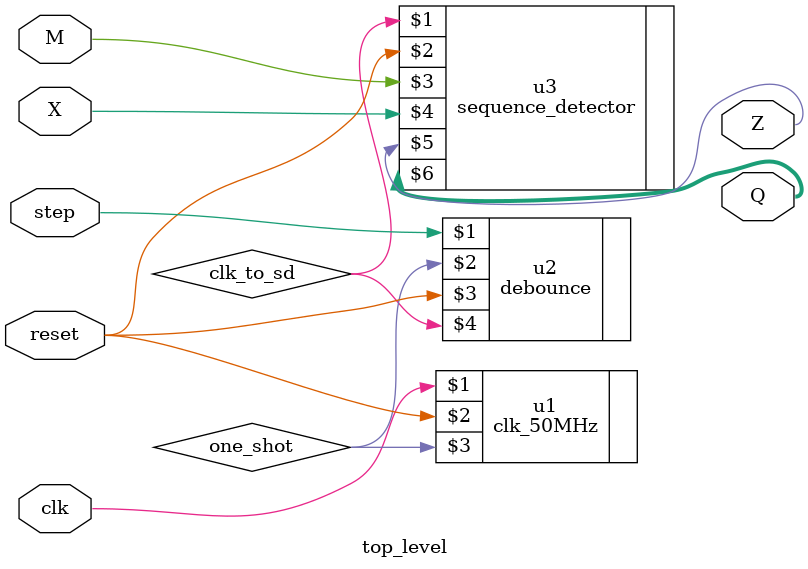
<source format=v>
`timescale 1ns / 1ps

module top_level(clk, reset, M, X, step, Z,  Q);

   input clk, reset, M, X, step;
   output Z;
   output [2:0] Q;
   wire   one_shot, clk_to_sd;
   
      
   clk_50MHz u1(clk, reset, one_shot);
	
   debounce u2(step, one_shot, reset, clk_to_sd);
	
   sequence_detector u3(clk_to_sd, reset, M, X, Z, Q);

endmodule

</source>
